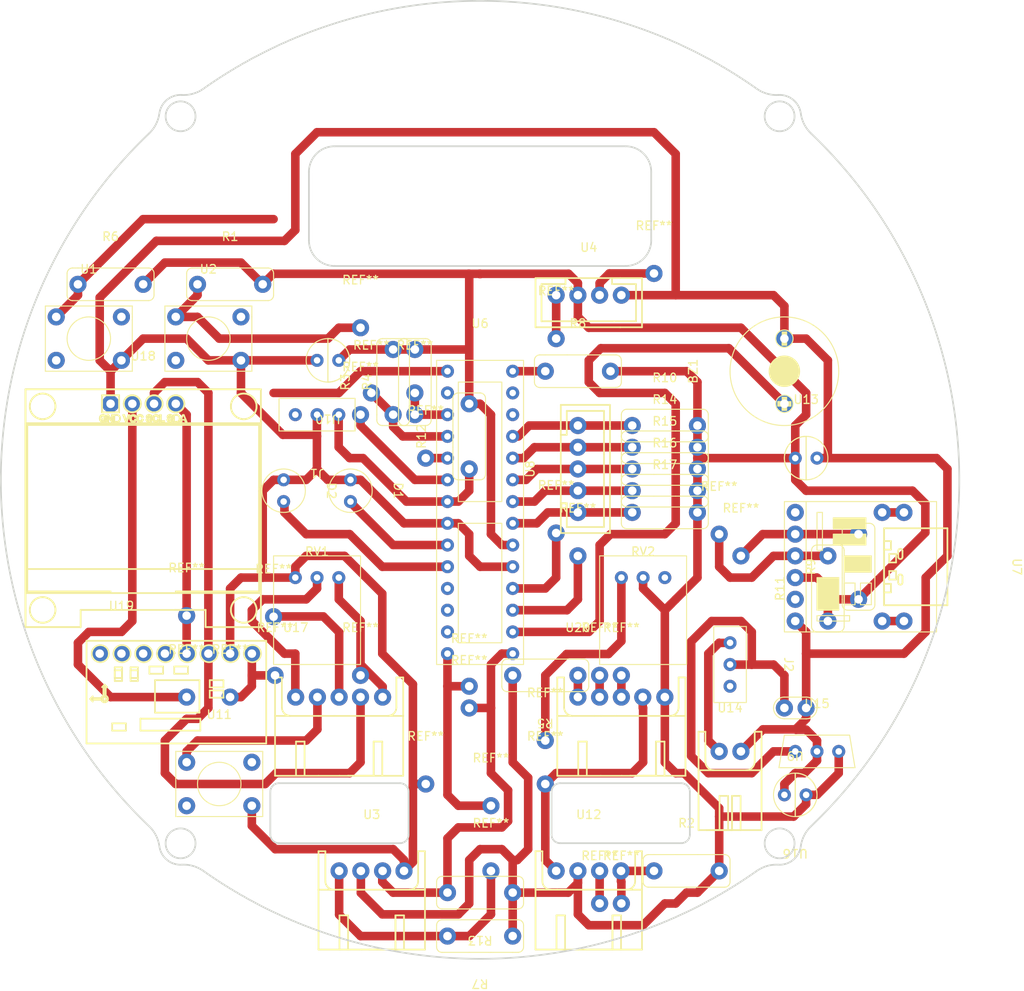
<source format=kicad_pcb>
(kicad_pcb (version 20211014) (generator pcbnew)
  (layers (0 "F.Cu" signal) (31 "B.Cu" signal) (34 "B.Paste" user) (35 "F.Paste" user) (36 "B.SilkS" user "B.Silkscreen") (37 "F.SilkS" user "F.Silkscreen") (38 "B.Mask" user) (39 "F.Mask" user) (44 "Edge.Cuts" user))
  (net 0 "")
  (net 1 "buzzer")
  (net 2 "GND")
  (net 3 "PWR_LED")
  (net 4 "MON_LED")
  (net 5 "start")
  (net 6 "Cam_Togle")
  (net 7 "ch2")
  (net 8 "Net-(J2-Pad1)")
  (net 9 "reset")
  (net 10 "SCL")
  (net 11 "Net-(R8-Pad1)")
  (net 12 "TX")
  (net 13 "RX")
  (net 14 "SDA")
  (net 15 "+9V")
  (net 26 "LINE")
  (net 30 "Gyro＿DAC")
  (net 32 "unconnected-(U7-Pad7)")
  (net 33 "+5V")
  (net 34 "IR＿DAC")
  (net 36 "ch9")
  (net 37 "Net-(RV2-Pad1)")
  (net 39 "ch7")
  (net 40 "ch6")
  (net 41 "ch8")
  (net 42 "ch10")
  (net 43 "IR_Posi")
  (net 44 "-3V3")
  (net 45 "Gyro_Tact")
  (net 46 "seeed_SDA")
  (net 47 "seeed_SCL")
  (footprint "自分のフットプリント:コネクター4ピン" (layer "F.Cu") (at 12.699998 -26.67)
    (fp_text reference "U4")
    (fp_text value "I2Cピン(PIXY2用)")
  )
  (footprint "自分のフットプリント:ジャンパ線" (layer "F.Cu") (at 11.429998 3.81)
    (fp_text reference "REF**")
    (fp_text value "ジャンパ線")
  )
  (footprint "自分のフットプリント:ジャンパ線" (layer "F.Cu") (at 30.479998 3.81)
    (fp_text reference "REF**")
    (fp_text value "ジャンパ線")
  )
  (footprint "自分のフットプリント:抵抗" (layer "F.Cu") (at 35.559998 12.7 90)
    (fp_text reference "R11")
    (fp_text value "10K")
  )
  (footprint "自分のフットプリント:ジャンパ線" (layer "F.Cu") (at 7.619998 30.48)
    (fp_text reference "REF**")
    (fp_text value "ジャンパ線")
  )
  (footprint "自分のフットプリント:ジャンパ線" (layer "F.Cu") (at -29.210002 20.32)
    (fp_text reference "REF**")
    (fp_text value "ジャンパ線")
  )
  (footprint "自分のフットプリント:ジャンパ線" (layer "F.Cu") (at 27.939998 1.27)
    (fp_text reference "REF**")
    (fp_text value "ジャンパ線")
  )
  (footprint "自分のフットプリント:ジャンパ線" (layer "F.Cu") (at 1.269998 33.02)
    (fp_text reference "REF**")
    (fp_text value "ジャンパ線")
  )
  (footprint "自分のフットプリント:電解コンデンサー" (layer "F.Cu") (at 36.829998 43.18 180)
    (fp_text reference "U16")
    (fp_text value "電解コンデンサー")
  )
  (footprint "自分のフットプリント:ジャンパ線" (layer "F.Cu") (at 8.889998 1.14)
    (fp_text reference "REF**")
    (fp_text value "ジャンパ線")
  )
  (footprint "自分のフットプリント:コネクター5ピン" (layer "F.Cu") (at 6.349998 -1.27 90)
    (fp_text reference "U8")
    (fp_text value "コネクター5ピン")
  )
  (footprint "自分のフットプリント:抵抗" (layer "F.Cu") (at 7.619998 27.94 180)
    (fp_text reference "R5")
    (fp_text value "100K")
  )
  (footprint "自分のフットプリント:L字コネクター2ピン" (layer "F.Cu") (at 29.209998 26.67)
    (fp_text reference "U14")
    (fp_text value "電源")
  )
  (footprint "自分のフットプリント:ジャンパ線" (layer "F.Cu") (at -6.350003 -7.62)
    (fp_text reference "REF**")
    (fp_text value "ジャンパ線")
  )
  (footprint "自分のフットプリント:LED" (layer "F.Cu") (at -10.065002 1.27 -90)
    (fp_text reference "D1")
    (fp_text value "PWR_LED")
  )
  (footprint "自分のフットプリント:電解コンデンサー" (layer "F.Cu") (at -17.781258 -7.62 180)
    (fp_text reference "U10")
    (fp_text value "電解コンデンサー")
  )
  (footprint "自分のフットプリント:ジャンパ線" (layer "F.Cu") (at 13.969998 17.78)
    (fp_text reference "REF**")
    (fp_text value "ジャンパ線")
  )
  (footprint "自分のフットプリント:ブザー" (layer "F.Cu") (at 25.399998 -12.7 90)
    (fp_text reference "BZ1")
    (fp_text value "ブザー")
  )
  (footprint "自分のフットプリント:抵抗" (layer "F.Cu") (at 39.147499 10.16 90)
    (fp_text reference "R9")
    (fp_text value "10K")
  )
  (footprint "自分のフットプリント:ジャンパ線" (layer "F.Cu") (at -23.960002 17.78)
    (fp_text reference "REF**")
    (fp_text value "ジャンパ線")
  )
  (footprint "自分のフットプリント:電解コンデンサー" (layer "F.Cu") (at 38.099998 -8.89)
    (fp_text reference "U13")
    (fp_text value "電解コンデンサー")
  )
  (footprint "自分のフットプリント:ジャンパ線" (layer "F.Cu") (at 13.969998 44.45)
    (fp_text reference "REF**")
    (fp_text value "ジャンパ線")
  )
  (footprint "自分のフットプリント:TJ3B-COREマイコン" (layer "F.Cu") (at -0.000002 -17.78)
    (fp_text reference "U6")
    (fp_text value "TJ3B-COREマイコン")
  )
  (footprint "自分のフットプリント:タクトスイッチ" (layer "F.Cu") (at -31.750002 -24.13)
    (fp_text reference "U2")
    (fp_text value "スタートボタン")
  )
  (footprint "自分のフットプリント:タクトスイッチ" (layer "F.Cu") (at -30.480002 27.94)
    (fp_text reference "U11")
    (fp_text value "ジャイロリセット")
  )
  (footprint "自分のフットプリント:ジャンパ線" (layer "F.Cu") (at -34.290002 20.32)
    (fp_text reference "REF**")
    (fp_text value "ジャンパ線")
  )
  (footprint "自分のフットプリント:L字コネクター4ピン" (layer "F.Cu") (at 12.699998 38.1)
    (fp_text reference "U12")
    (fp_text value "LINE")
  )
  (footprint "自分のフットプリント:抵抗" (layer "F.Cu") (at -6.350003 -5.08 90)
    (fp_text reference "R12")
    (fp_text value "100K")
  )
  (footprint "自分のフットプリント:ジャンパ線" (layer "F.Cu") (at 8.889998 -21.59)
    (fp_text reference "REF**")
    (fp_text value "ジャンパ線")
  )
  (footprint "自分のフットプリント:LED" (layer "F.Cu") (at -17.875002 1.27 -90)
    (fp_text reference "D2")
    (fp_text value "MON_LED")
  )
  (footprint "自分のフットプリント:ジャンパ線" (layer "F.Cu") (at -1.270002 19.05)
    (fp_text reference "REF**")
    (fp_text value "ジャンパ線")
  )
  (footprint "自分のフットプリント:ジャンパ線" (layer "F.Cu") (at -12.700002 -15.24)
    (fp_text reference "REF**")
    (fp_text value "ジャンパ線")
  )
  (footprint "自分のフットプリント:L字コネクター5ピン" (layer "F.Cu") (at 11.429998 17.78)
    (fp_text reference "U20")
    (fp_text value "コネクター5ピン")
  )
  (footprint "R_Potentiometer:Potentiometer" (layer "F.Cu") (at 19.049998 8.89)
    (fp_text reference "RV2")
    (fp_text value "LINE可変抵抗")
  )
  (footprint "自分のフットプリント:抵抗" (layer "F.Cu") (at 21.589998 -8.89)
    (fp_text reference "R14")
    (fp_text value "100K")
  )
  (footprint "自分のフットプリント:抵抗" (layer "F.Cu") (at -0.000002 53.34 180)
    (fp_text reference "R13")
    (fp_text value "10K")
  )
  (footprint "自分のフットプリント:ジャンパ線" (layer "F.Cu") (at 16.509998 17.78)
    (fp_text reference "REF**")
    (fp_text value "ジャンパ線")
  )
  (footprint "自分のフットプリント:ジャンパ線" (layer "F.Cu") (at -13.970002 17.78)
    (fp_text reference "REF**")
    (fp_text value "ジャンパ線")
  )
  (footprint "自分のフットプリント:抵抗" (layer "F.Cu") (at 24.129998 40.64)
    (fp_text reference "R2")
    (fp_text value "100K")
  )
  (footprint "自分のフットプリント:ジャンパ線" (layer "F.Cu") (at -24.130002 10.922)
    (fp_text reference "REF**")
    (fp_text value "ジャンパ線")
  )
  (footprint "自分のフットプリント:抵抗" (layer "F.Cu") (at 21.589998 -11.43)
    (fp_text reference "R10")
    (fp_text value "100K")
  )
  (footprint "自分のフットプリント:3端子レギュレーター" (layer "F.Cu") (at 39.369998 26.67)
    (fp_text reference "U15")
    (fp_text value "3端子レギュレタ")
  )
  (footprint "自分のフットプリント:抵抗" (layer "F.Cu") (at -29.210002 -27.94)
    (fp_text reference "R1")
    (fp_text value "10K")
  )
  (footprint "自分のフットプリント:抵抗" (layer "F.Cu") (at 21.589998 -6.35)
    (fp_text reference "R15")
    (fp_text value "100K")
  )
  (footprint "自分のフットプリント:タクトスイッチ" (layer "F.Cu") (at -45.720002 -24.13)
    (fp_text reference "U1")
    (fp_text value "リセットボタン")
  )
  (footprint "自分のフットプリント:基板用トグルスイッチ" (layer "F.Cu") (at 35.559998 21.59 -90)
    (fp_text reference "J2")
    (fp_text value "togle")
  )
  (footprint "自分のフットプリント:セラミックコンデンサー" (layer "F.Cu") (at 36.829998 31.75 180)
    (fp_text reference "U9")
    (fp_text value "セラミックコンデンサー")
  )
  (footprint "自分のフットプリント:L字コネクター4ピン" (layer "F.Cu") (at -12.660002 38.1)
    (fp_text reference "U3")
    (fp_text value "I2Cピン(モータードライバー用)")
  )
  (footprint "自分のフットプリント:BNO055V2" (layer "F.Cu") (at -41.910002 15.24)
    (fp_text reference "U19")
    (fp_text value "BNO055V2")
  )
  (footprint "自分のフットプリント:基板用トグルスイッチ" (layer "F.Cu") (at -19.050002 -1.27 180)
    (fp_text reference "J1")
    (fp_text value "togle")
  )
  (footprint "自分のフットプリント:ジャンパ線" (layer "F.Cu") (at -34.290002 10.795)
    (fp_text reference "REF**")
    (fp_text value "ジャンパ線")
  )
  (footprint "自分のフットプリント:L字コネクター5ピン" (layer "F.Cu") (at -21.550002 17.78)
    (fp_text reference "U17")
    (fp_text value "コネクター5ピン")
  )
  (footprint "自分のフットプリント:SSD1306" (layer "F.Cu") (at -39.370002 -13.97)
    (fp_text reference "U18")
    (fp_text value "SSD1306")
  )
  (footprint "自分のフットプリント:USB-Serial変換アダプター" (layer "F.Cu") (at 62.229998 10.16 -90)
    (fp_text reference "U7")
    (fp_text value "USB-Serial変換アダプター")
  )
  (footprint "自分のフットプリント:ジャンパ線" (layer "F.Cu") (at 16.509998 44.45)
    (fp_text reference "REF**")
    (fp_text value "ジャンパ線")
  )
  (footprint "自分のフットプリント:ジャンパ線" (layer "F.Cu") (at -7.620002 -15.24)
    (fp_text reference "REF**")
    (fp_text value "ジャンパ線")
  )
  (footprint "自分のフットプリント:抵抗" (layer "F.Cu") (at 21.589998 -1.27)
    (fp_text reference "R17")
    (fp_text value "100K")
  )
  (footprint "自分のフットプリント:ジャンパ線" (layer "F.Cu") (at -13.970002 -12.7)
    (fp_text reference "REF**")
    (fp_text value "ジャンパ線")
  )
  (footprint "R_Potentiometer:Potentiometer" (layer "F.Cu") (at -19.050002 8.89)
    (fp_text reference "RV1")
    (fp_text value "IR可変抵抗")
  )
  (footprint "自分のフットプリント:ジャンパ線" (layer "F.Cu") (at -6.350002 30.48)
    (fp_text reference "REF**")
    (fp_text value "ジャンパ線")
  )
  (footprint "自分のフットプリント:抵抗" (layer "F.Cu") (at -0.000002 58.42 180)
    (fp_text reference "R7")
    (fp_text value "10K")
  )
  (footprint "自分のフットプリント:ジャンパ線" (layer "F.Cu") (at 7.619998 25.4)
    (fp_text reference "REF**")
    (fp_text value "ジャンパ線")
  )
  (footprint "自分のフットプリント:抵抗" (layer "F.Cu") (at -43.180002 -27.94)
    (fp_text reference "R6")
    (fp_text value "10K")
  )
  (footprint "自分のフットプリント:ジャンパ線" (layer "F.Cu") (at 1.269998 40.64)
    (fp_text reference "REF**")
    (fp_text value "ジャンパ線")
  )
  (footprint "自分のフットプリント:抵抗" (layer "F.Cu") (at 21.589998 -3.81)
    (fp_text reference "R16")
    (fp_text value "100K")
  )
  (footprint "自分のフットプリント:ジャンパ線" (layer "F.Cu") (at -1.270002 21.59)
    (fp_text reference "REF**")
    (fp_text value "ジャンパ線")
  )
  (footprint "自分のフットプリント:抵抗" (layer "F.Cu") (at -12.700002 -11.43 90)
    (fp_text reference "R4")
    (fp_text value "100K")
  )
  (footprint "自分のフットプリント:ジャンパ線" (layer "F.Cu") (at 20.319998 -29.21)
    (fp_text reference "REF**")
    (fp_text value "ジャンパ線")
  )
  (footprint "自分のフットプリント:抵抗" (layer "F.Cu") (at -15.240002 -11.43 90)
    (fp_text reference "R3")
    (fp_text value "100K")
  )
  (footprint "自分のフットプリント:ジャンパ線" (layer "F.Cu") (at -13.970002 -22.86)
    (fp_text reference "REF**")
    (fp_text value "ジャンパ線")
  )
  (footprint "自分のフットプリント:抵抗" (layer "F.Cu") (at 11.429998 -17.78)
    (fp_text reference "R8")
    (fp_text value "10K")
  )
  (gr_arc (start -8.350003 41.480003) (mid -8.642897 42.187109) (end -9.350003 42.480003) (layer "Edge.Cuts") (width 0.2))
  (gr_arc (start -38.67597 40.499011) (mid -56.000005 0.000001) (end -38.67597 -40.499009) (layer "Edge.Cuts") (width 0.2))
  (gr_arc (start 37.476354 42.843005) (mid 36.589262 44.429827) (end 34.861781 44.996182) (layer "Edge.Cuts") (width 0.2))
  (gr_line (start -20.000003 -36) (end -20.000003 -27.999999) (layer "Edge.Cuts") (width 0.2))
  (gr_line (start 19.999997 -27.999999) (end 19.999997 -36) (layer "Edge.Cuts") (width 0.2))
  (gr_arc (start -17.000003 -24.999999) (mid -19.121323 -25.878679) (end -20.000003 -27.999999) (layer "Edge.Cuts") (width 0.2))
  (gr_arc (start -20.000003 -36) (mid -19.121323 -38.12132) (end -17.000003 -39) (layer "Edge.Cuts") (width 0.2))
  (gr_line (start 23.509998 35.470003) (end 9.349997 35.470003) (layer "Edge.Cuts") (width 0.2))
  (gr_arc (start 32.331262 45.72406) (mid 33.534914 45.145947) (end 34.861781 44.996182) (layer "Edge.Cuts") (width 0.2))
  (gr_arc (start -32.331273 -45.724054) (mid -0.000006 -56.000001) (end 32.331262 -45.724058) (layer "Edge.Cuts") (width 0.2))
  (gr_circle (center 34.999995 42.500005) (end 33.249994 42.500005) (layer "Edge.Cuts") (width 0.2) (fill none))
  (gr_arc (start 9.349997 42.480003) (mid 8.64289 42.18711) (end 8.349997 41.480003) (layer "Edge.Cuts") (width 0.2))
  (gr_arc (start 24.509998 41.480003) (mid 24.217104 42.187108) (end 23.509998 42.480003) (layer "Edge.Cuts") (width 0.2))
  (gr_arc (start -24.510004 36.470003) (mid -24.217112 35.762895) (end -23.510004 35.470003) (layer "Edge.Cuts") (width 0.2))
  (gr_arc (start 32.331262 45.72406) (mid -0.000006 56.000003) (end -32.331273 45.724056) (layer "Edge.Cuts") (width 0.2))
  (gr_line (start -8.350003 41.480003) (end -8.350003 36.470003) (layer "Edge.Cuts") (width 0.2))
  (gr_line (start 8.349997 36.470003) (end 8.349997 41.480003) (layer "Edge.Cuts") (width 0.2))
  (gr_arc (start 16.999997 -39) (mid 19.121318 -38.121321) (end 19.999997 -36) (layer "Edge.Cuts") (width 0.2))
  (gr_arc (start -32.331273 -45.724054) (mid -33.534928 -45.145943) (end -34.861792 -44.996175) (layer "Edge.Cuts") (width 0.2))
  (gr_arc (start -9.350003 35.470003) (mid -8.642897 35.762897) (end -8.350003 36.470003) (layer "Edge.Cuts") (width 0.2))
  (gr_arc (start 38.675958 -40.499011) (mid 37.877746 -41.569466) (end 37.476354 -42.843003) (layer "Edge.Cuts") (width 0.2))
  (gr_line (start 16.999997 -39) (end -17.000003 -39) (layer "Edge.Cuts") (width 0.2))
  (gr_arc (start -23.510004 42.480003) (mid -24.217111 42.18711) (end -24.510004 41.480003) (layer "Edge.Cuts") (width 0.2))
  (gr_arc (start -37.476365 -42.842998) (mid -36.589275 -44.429826) (end -34.861792 -44.996175) (layer "Edge.Cuts") (width 0.2))
  (gr_arc (start 19.999997 -27.999999) (mid 19.121317 -25.87868) (end 16.999997 -24.999999) (layer "Edge.Cuts") (width 0.2))
  (gr_line (start -24.510004 36.470003) (end -24.510004 41.480003) (layer "Edge.Cuts") (width 0.2))
  (gr_arc (start -38.67597 40.499011) (mid -37.877757 41.569463) (end -37.476365 42.843) (layer "Edge.Cuts") (width 0.2))
  (gr_line (start -9.350003 35.470003) (end -23.510004 35.470003) (layer "Edge.Cuts") (width 0.2))
  (gr_circle (center -35.000007 -42.499999) (end -36.750007 -42.499999) (layer "Edge.Cuts") (width 0.2) (fill none))
  (gr_arc (start 34.861781 -44.99618) (mid 36.589266 -44.429831) (end 37.476354 -42.843003) (layer "Edge.Cuts") (width 0.2))
  (gr_arc (start -34.861792 44.996177) (mid -36.589272 44.429824) (end -37.476365 42.843) (layer "Edge.Cuts") (width 0.2))
  (gr_line (start 9.349997 42.480003) (end 23.509998 42.480003) (layer "Edge.Cuts") (width 0.2))
  (gr_circle (center 34.999995 -42.500003) (end 33.25 -42.500003) (layer "Edge.Cuts") (width 0.2) (fill none))
  (gr_line (start 24.509998 41.480003) (end 24.509998 36.470003) (layer "Edge.Cuts") (width 0.2))
  (gr_arc (start 37.476354 42.843005) (mid 37.877755 41.569474) (end 38.675957 40.499014) (layer "Edge.Cuts") (width 0.2))
  (gr_line (start -23.510004 42.480003) (end -9.350003 42.480003) (layer "Edge.Cuts") (width 0.2))
  (gr_arc (start 23.509998 35.470003) (mid 24.217104 35.762896) (end 24.509998 36.470003) (layer "Edge.Cuts") (width 0.2))
  (gr_arc (start 34.861781 -44.99618) (mid 33.534905 -45.145915) (end 32.331262 -45.724058) (layer "Edge.Cuts") (width 0.2))
  (gr_arc (start 38.675958 -40.499011) (mid 55.999996 0.000001) (end 38.675957 40.499014) (layer "Edge.Cuts") (width 0.2))
  (gr_circle (center -35.000007 42.500001) (end -36.750007 42.500001) (layer "Edge.Cuts") (width 0.2) (fill none))
  (gr_arc (start -37.476365 -42.842998) (mid -37.877769 -41.569467) (end -38.67597 -40.499009) (layer "Edge.Cuts") (width 0.2))
  (gr_arc (start -34.861792 44.996177) (mid -33.534918 45.145909) (end -32.331273 45.724056) (layer "Edge.Cuts") (width 0.2))
  (gr_line (start -17.000003 -24.999999) (end 16.999997 -24.999999) (layer "Edge.Cuts") (width 0.2))
  (gr_arc (start 8.349997 36.470003) (mid 8.642889 35.762894) (end 9.349997 35.470003) (layer "Edge.Cuts") (width 0.2))
  (segment (start 13.969998 16.51) (end 13.969998 7.62) (width 1) (layer "F.Cu") (net 1))
  (segment (start 22.859998 -8.89) (end 21.589998 -10.16) (width 1) (layer "F.Cu") (net 1))
  (segment (start 12.699998 -11.43) (end 12.699998 -13.97) (width 1) (layer "F.Cu") (net 1))
  (segment (start 13.969998 7.62) (end 15.239998 6.35) (width 1) (layer "F.Cu") (net 1))
  (segment (start 21.589998 6.35) (end 22.859998 5.08) (width 1) (layer "F.Cu") (net 1))
  (segment (start 21.589998 -10.16) (end 13.969998 -10.16) (width 1) (layer "F.Cu") (net 1))
  (segment (start 12.699998 17.78) (end 13.969998 16.51) (width 1) (layer "F.Cu") (net 1))
  (segment (start 14.114212 -15.384214) (end 29.065784 -15.384214) (width 1) (layer "F.Cu") (net 1))
  (segment (start 15.239998 6.35) (end 21.589998 6.35) (width 1) (layer "F.Cu") (net 1))
  (segment (start 12.699998 -13.97) (end 14.114212 -15.384214) (width 1) (layer "F.Cu") (net 1))
  (segment (start 22.859998 5.08) (end 22.859998 -8.89) (width 1) (layer "F.Cu") (net 1))
  (segment (start 3.809998 17.78) (end 12.699998 17.78) (width 1) (layer "F.Cu") (net 1))
  (segment (start 29.065784 -15.384214) (end 35.559998 -8.89) (width 1) (layer "F.Cu") (net 1))
  (segment (start 13.969998 -10.16) (end 12.699998 -11.43) (width 1) (layer "F.Cu") (net 1))
  (segment (start -7.850003 23.899999) (end -11.430002 20.32) (width 1) (layer "F.Cu") (net 2))
  (segment (start -27.940002 -10.16) (end -23.050002 -5.27) (width 1) (layer "F.Cu") (net 2))
  (segment (start 52.069998 17.78) (end 49.529998 20.32) (width 1) (layer "F.Cu") (net 2))
  (segment (start -34.290002 -16.51) (end -31.750002 -13.97) (width 1) (layer "F.Cu") (net 2))
  (segment (start -19.065002 -1.255) (end -17.810002 0) (width 1) (layer "F.Cu") (net 2))
  (segment (start 38.099998 17.78) (end 38.099998 20.32) (width 1) (layer "F.Cu") (net 2))
  (segment (start 40.639998 -13.97) (end 40.639998 -2.54) (width 1) (layer "F.Cu") (net 2))
  (segment (start 53.339998 -2.54) (end 54.609998 -1.27) (width 1) (layer "F.Cu") (net 2))
  (segment (start 20.319998 -40.64) (end -19.050002 -40.64) (width 1) (layer "F.Cu") (net 2))
  (segment (start 37.907628 34.29) (end 36.829998 34.29) (width 1) (layer "F.Cu") (net 2))
  (segment (start -25.400002 11.43) (end -21.590002 11.43) (width 1) (layer "F.Cu") (net 2))
  (segment (start -1.270002 8.89) (end -1.270002 6.35) (width 1) (layer "F.Cu") (net 2))
  (segment (start -2.540002 5.08) (end -3.810002 5.08) (width 1) (layer "F.Cu") (net 2))
  (segment (start -7.850003 44.680001) (end -7.850003 35.790001) (width 1) (layer "F.Cu") (net 2))
  (segment (start -39.370002 -16.51) (end -34.290002 -16.51) (width 1) (layer "F.Cu") (net 2))
  (segment (start 19.049998 33.02) (end 17.779998 34.29) (width 1) (layer "F.Cu") (net 2))
  (segment (start 33.059998 29.17) (end 36.869998 29.17) (width 1) (layer "F.Cu") (net 2))
  (segment (start -19.065002 -7.62) (end -19.065002 -5.095) (width 1) (layer "F.Cu") (net 2))
  (segment (start 35.559998 -20.32) (end 35.559998 -16.51) (width 1) (layer "F.Cu") (net 2))
  (segment (start -31.750002 -13.97) (end -27.940002 -13.97) (width 1) (layer "F.Cu") (net 2))
  (segment (start 35.559998 35.56) (end 35.559998 36.83) (width 1) (layer "F.Cu") (net 2))
  (segment (start 19.049998 26.67) (end 19.049998 33.02) (width 1) (layer "F.Cu") (net 2))
  (segment (start -1.270002 6.35) (end -2.540002 5.08) (width 1) (layer "F.Cu") (net 2))
  (segment (start -19.065002 -5.095) (end -19.065002 -1.255) (width 1) (layer "F.Cu") (net 2))
  (segment (start -44.450002 -21.315534) (end -44.450002 -13.97) (width 1) (layer "F.Cu") (net 2))
  (segment (start -10.160002 43.18) (end -8.890002 44.45) (width 1) (layer "F.Cu") (net 2))
  (segment (start -8.890002 45.72) (end -7.850003 44.680001) (width 1) (layer "F.Cu") (net 2))
  (segment (start -11.430002 13.311048) (end -15.85105 8.89) (width 1) (layer "F.Cu") (net 2))
  (segment (start -27.940002 11.43) (end -25.400002 11.43) (width 1) (layer "F.Cu") (net 2))
  (segment (start -37.825536 -27.94) (end -44.450002 -21.315534) (width 1) (layer "F.Cu") (net 2))
  (segment (start 38.099998 27.94) (end 38.099998 26.67) (width 1) (layer "F.Cu") (net 2))
  (segment (start -41.910002 -13.97) (end -39.370002 -16.51) (width 1) (layer "F.Cu") (net 2))
  (segment (start 52.069998 11.43) (end 52.069998 17.78) (width 1) (layer "F.Cu") (net 2))
  (segment (start 54.609998 8.89) (end 52.069998 11.43) (width 1) (layer "F.Cu") (net 2))
  (segment (start -8.890002 5.08) (end -13.970002 0) (width 1) (layer "F.Cu") (net 2))
  (segment (start 7.619998 44.45) (end 8.889998 45.72) (width 1) (layer "F.Cu") (net 2))
  (segment (start 39.369998 -2.54) (end 40.639998 -2.54) (width 1) (layer "F.Cu") (net 2))
  (segment (start -22.860002 0) (end -24.130002 0) (width 1) (layer "F.Cu") (net 2))
  (segment (start 39.369998 30.48) (end 39.369998 31.75) (width 1) (layer "F.Cu") (net 2))
  (segment (start 54.609998 -1.27) (end 54.609998 8.89) (width 1) (layer "F.Cu") (net 2))
  (segment (start -3.810002 5.08) (end -8.890002 5.08) (width 1) (layer "F.Cu") (net 2))
  (segment (start -20.320002 0) (end -22.860002 0) (width 1) (layer "F.Cu") (net 2))
  (segment (start -17.810002 0) (end -15.240002 0) (width 1) (layer "F.Cu") (net 2))
  (segment (start 19.009998 25.4) (end 19.009998 26.63) (width 1) (layer "F.Cu") (net 2))
  (segment (start -7.850003 35.790001) (end -7.620002 35.56) (width 1) (layer "F.Cu") (net 2))
  (segment (start -21.590002 10.16) (end -21.590002 11.43) (width 1) (layer "F.Cu") (net 2))
  (segment (start -11.430002 20.32) (end -11.430002 13.311048) (width 1) (layer "F.Cu") (net 2))
  (segment (start 8.889998 34.29) (end 7.619998 35.56) (width 1) (layer "F.Cu") (net 2))
  (segment (start 36.829998 16.51) (end 38.099998 17.78) (width 1) (layer "F.Cu") (net 2))
  (segment (start -0.000002 10.16) (end -1.270002 8.89) (width 1) (layer "F.Cu") (net 2))
  (segment (start 36.869998 29.17) (end 36.909998 29.21) (width 1) (layer "F.Cu") (net 2))
  (segment (start -19.050002 -40.64) (end -21.590002 -38.1) (width 1) (layer "F.Cu") (net 2))
  (segment (start -44.450002 -13.97) (end -43.180002 -12.7) (width 1) (layer "F.Cu") (net 2))
  (segment (start -21.590002 -38.1) (end -21.590002 -29.21) (width 1) (layer "F.Cu") (net 2))
  (segment (start -43.180002 -12.7) (end -43.180002 -8.89) (width 1) (layer "F.Cu") (net 2))
  (segment (start 36.869998 29.17) (end 38.099998 27.94) (width 1) (layer "F.Cu") (net 2))
  (segment (start 3.809998 10.16) (end -0.000002 10.16) (width 1) (layer "F.Cu") (net 2))
  (segment (start 19.009998 26.63) (end 19.049998 26.67) (width 1) (layer "F.Cu") (net 2))
  (segment (start 49.529998 20.32) (end 38.099998 20.32) (width 1) (layer "F.Cu") (net 2))
  (segment (start -22.860002 -27.94) (end -37.825536 -27.94) (width 1) (layer "F.Cu") (net 2))
  (segment (start 36.909998 29.21) (end 38.099998 29.21) (width 1) (layer "F.Cu") (net 2))
  (segment (start 17.779998 34.29) (end 8.889998 34.29) (width 1) (layer "F.Cu") (net 2))
  (segment (start -26.670002 38.1) (end -26.670002 40.445216) (width 1) (layer "F.Cu") (net 2))
  (segment (start -29.210002 12.7) (end -27.940002 11.43) (width 1) (layer "F.Cu") (net 2))
  (segment (start -13.970002 0) (end -15.240002 0) (width 1) (layer "F.Cu") (net 2))
  (segment (start 38.099998 29.21) (end 39.369998 30.48) (width 1) (layer "F.Cu") (net 2))
  (segment (start -8.890002 44.45) (end -8.890002 45.72) (width 1) (layer "F.Cu") (net 2))
  (segment (start 22.859998 -21.59) (end 22.859998 -38.1) (width 1) (layer "F.Cu") (net 2))
  (segment (start -41.910002 -13.97) (end -43.180002 -12.7) (width 1) (layer "F.Cu") (net 2))
  (segment (start -20.320002 8.89) (end -21.590002 10.16) (width 1) (layer "F.Cu") (net 2))
  (segment (start -23.935218 43.18) (end -10.160002 43.18) (width 1) (layer "F.Cu") (net 2))
  (segment (start 7.619998 35.56) (end 7.619998 44.45) (width 1) (layer "F.Cu") (net 2))
  (segment (start 36.829998 34.29) (end 35.559998 35.56) (width 1) (layer "F.Cu") (net 2))
  (segment (start 22.859998 -21.59) (end 34.289998 -21.59) (width 1) (layer "F.Cu") (net 2))
  (segment (start 38.099998 20.32) (end 38.099998 26.67) (width 1) (layer "F.Cu") (net 2))
  (segment (start -19.240002 -5.27) (end -19.065002 -5.095) (width 1) (layer "F.Cu") (net 2))
  (segment (start 16.509998 -21.59) (end 22.859998 -21.59) (width 1) (layer "F.Cu") (net 2))
  (segment (start 38.099998 -16.51) (end 40.639998 -13.97) (width 1) (layer "F.Cu") (net 2))
  (segment (start -23.050002 -5.27) (end -19.240002 -5.27) (width 1) (layer "F.Cu") (net 2))
  (segment (start -19.065002 -1.255) (end -20.320002 0) (width 1) (layer "F.Cu") (net 2))
  (segment (start 39.369998 32.82763) (end 37.907628 34.29) (width 1) (layer "F.Cu") (net 2))
  (segment (start -7.850003 35.790001) (end -7.850003 23.899999) (width 1) (layer "F.Cu") (net 2))
  (segment (start -27.940002 -13.97) (end -19.051258 -13.97) (width 1) (layer "F.Cu") (net 2))
  (segment (start -26.670002 40.445216) (end -23.935218 43.18) (width 1) (layer "F.Cu") (net 2))
  (segment (start 30.479998 31.75) (end 33.059998 29.17) (width 1) (layer "F.Cu") (net 2))
  (segment (start -15.85105 8.89) (end -20.320002 8.89) (width 1) (layer "F.Cu") (net 2))
  (segment (start 39.369998 31.75) (end 39.369998 32.82763) (width 1) (layer "F.Cu") (net 2))
  (segment (start 35.559998 -16.51) (end 38.099998 -16.51) (width 1) (layer "F.Cu") (net 2))
  (segment (start 34.289998 -21.59) (end 35.559998 -20.32) (width 1) (layer "F.Cu") (net 2))
  (segment (start -7.620002 35.56) (end -6.350002 35.56) (width 1) (layer "F.Cu") (net 2))
  (segment (start -29.210002 20.32) (end -29.210002 12.7) (width 1) (layer "F.Cu") (net 2))
  (segment (start 22.859998 -38.1) (end 20.319998 -40.64) (width 1) (layer "F.Cu") (net 2))
  (segment (start -19.051258 -7.633744) (end -19.065002 -7.62) (width 1) (layer "F.Cu") (net 2))
  (segment (start -27.940002 -13.97) (end -27.940002 -10.16) (width 1) (layer "F.Cu") (net 2))
  (segment (start -25.400002 1.27) (end -25.400002 11.43) (width 1) (layer "F.Cu") (net 2))
  (segment (start -24.130002 0) (end -25.400002 1.27) (width 1) (layer "F.Cu") (net 2))
  (segment (start -21.590002 -29.21) (end -22.860002 -27.94) (width 1) (layer "F.Cu") (net 2))
  (segment (start 40.639998 -2.54) (end 53.339998 -2.54) (width 1) (layer "F.Cu") (net 2))
  (segment (start -15.240002 2.54) (end -10.160002 7.62) (width 1) (layer "F.Cu") (net 3))
  (segment (start -10.160002 7.62) (end -3.810002 7.62) (width 1) (layer "F.Cu") (net 3))
  (segment (start -3.810002 10.16) (end -11.430002 10.16) (width 1) (layer "F.Cu") (net 4))
  (segment (start -15.240002 6.35) (end -20.320002 6.35) (width 1) (layer "F.Cu") (net 4))
  (segment (start -22.860002 3.81) (end -22.860002 2.54) (width 1) (layer "F.Cu") (net 4))
  (segment (start -20.320002 6.35) (end -22.860002 3.81) (width 1) (layer "F.Cu") (net 4))
  (segment (start -11.430002 10.16) (end -15.240002 6.35) (width 1) (layer "F.Cu") (net 4))
  (segment (start -16.510002 -17.78) (end -13.970002 -17.78) (width 1) (layer "F.Cu") (net 5))
  (segment (start -3.810002 0) (end -7.620002 0) (width 1) (layer "F.Cu") (net 5))
  (segment (start -35.560002 -19.05) (end -33.020002 -19.05) (width 1) (layer "F.Cu") (net 5))
  (segment (start -30.480002 -16.51) (end -17.780002 -16.51) (width 1) (layer "F.Cu") (net 5))
  (segment (start -7.620002 0) (end -13.970002 -6.35) (width 1) (layer "F.Cu") (net 5))
  (segment (start -33.020002 -19.05) (end -30.480002 -16.51) (width 1) (layer "F.Cu") (net 5))
  (segment (start -17.780002 -16.51) (end -16.510002 -17.78) (width 1) (layer "F.Cu") (net 5))
  (segment (start -13.970002 -6.35) (end -13.970002 -7.62) (width 1) (layer "F.Cu") (net 5))
  (segment (start -33.020002 -21.59) (end -35.560002 -19.05) (width 1) (layer "F.Cu") (net 5))
  (segment (start -33.020002 -22.86) (end -33.020002 -21.59) (width 1) (layer "F.Cu") (net 5))
  (segment (start -16.525002 -7.62) (end -16.525002 -3.825) (width 1) (layer "F.Cu") (net 6))
  (segment (start -2.540002 2.54) (end -3.810002 2.54) (width 1) (layer "F.Cu") (net 6))
  (segment (start -1.270003 -1.27) (end -1.270002 1.27) (width 1) (layer "F.Cu") (net 6))
  (segment (start -16.525002 -3.825) (end -15.240002 -2.54) (width 1) (layer "F.Cu") (net 6))
  (segment (start -8.601574 2.54) (end -3.810002 2.54) (width 1) (layer "F.Cu") (net 6))
  (segment (start -1.270002 1.27) (end -2.540002 2.54) (width 1) (layer "F.Cu") (net 6))
  (segment (start -13.681574 -2.54) (end -8.601574 2.54) (width 1) (layer "F.Cu") (net 6))
  (segment (start -15.240002 -2.54) (end -13.681574 -2.54) (width 1) (layer "F.Cu") (net 6))
  (segment (start -7.620002 -7.62) (end -3.810002 -7.62) (width 1) (layer "F.Cu") (net 7))
  (segment (start 13.969998 25.4) (end 13.969998 22.86) (width 1) (layer "F.Cu") (net 7))
  (segment (start -7.620002 -7.62) (end -7.620002 -10.16) (width 1) (layer "F.Cu") (net 7))
  (segment (start 26.669998 20.32) (end 26.669998 30.48) (width 1) (layer "F.Cu") (net 8))
  (segment (start 29.209998 19.065) (end 27.954998 19.065) (width 1) (layer "F.Cu") (net 8))
  (segment (start 27.939998 19.05) (end 26.669998 20.32) (width 1) (layer "F.Cu") (net 8))
  (segment (start 27.954998 19.065) (end 27.939998 19.05) (width 1) (layer "F.Cu") (net 8))
  (segment (start 26.669998 30.48) (end 27.939998 31.75) (width 1) (layer "F.Cu") (net 8))
  (segment (start -46.990002 -22.86) (end -39.370002 -30.48) (width 1) (layer "F.Cu") (net 9))
  (segment (start -39.370002 -30.48) (end -24.130002 -30.48) (width 1) (layer "F.Cu") (net 9))
  (segment (start -16.510002 -10.16) (end -24.130002 -10.16) (width 1) (layer "F.Cu") (net 9))
  (segment (start -3.810002 -12.7) (end -13.970002 -12.7) (width 1) (layer "F.Cu") (net 9))
  (segment (start -13.970002 -12.7) (end -16.510002 -10.16) (width 1) (layer "F.Cu") (net 9))
  (segment (start -46.990002 -22.86) (end -46.990002 -21.59) (width 1) (layer "F.Cu") (net 9))
  (segment (start -46.990002 -21.59) (end -49.530002 -19.05) (width 1) (layer "F.Cu") (net 9))
  (segment (start -3.810002 36.83) (end -2.540002 38.1) (width 1) (layer "F.Cu") (net 10))
  (segment (start -16.470002 50.84) (end -13.970002 53.34) (width 1) (layer "F.Cu") (net 10))
  (segment (start -3.810002 53.34) (end -1.270002 53.34) (width 1) (layer "F.Cu") (net 10))
  (segment (start 8.889998 -21.59) (end 8.889998 -16.51) (width 1) (layer "F.Cu") (net 10))
  (segment (start 1.269998 50.8) (end 1.269998 45.72) (width 1) (layer "F.Cu") (net 10))
  (segment (start -3.810002 24.13) (end -3.810002 36.83) (width 1) (layer "F.Cu") (net 10))
  (segment (start -1.270002 53.34) (end 1.269998 50.8) (width 1) (layer "F.Cu") (net 10))
  (segment (start -2.540002 38.1) (end 1.269998 38.1) (width 1) (layer "F.Cu") (net 10))
  (segment (start -3.810002 24.13) (end -1.270002 24.13) (width 1) (layer "F.Cu") (net 10))
  (segment (start -3.810002 20.32) (end -3.810002 24.13) (width 1) (layer "F.Cu") (net 10))
  (segment (start -16.470002 45.72) (end -16.470002 50.84) (width 1) (layer "F.Cu") (net 10))
  (segment (start -13.970002 53.34) (end -3.810002 53.34) (width 1) (layer "F.Cu") (net 10))
  (segment (start 7.619998 -12.7) (end 3.809998 -12.7) (width 1) (layer "F.Cu") (net 11))
  (segment (start 36.829998 6.35) (end 33.019998 6.35) (width 1) (layer "F.Cu") (net 12))
  (segment (start 33.019998 6.35) (end 30.479998 8.89) (width 1) (layer "F.Cu") (net 12))
  (segment (start 10.159998 15.24) (end 11.429998 13.97) (width 1) (layer "F.Cu") (net 12))
  (segment (start 11.429998 13.97) (end 11.429998 8.89) (width 1) (layer "F.Cu") (net 12))
  (segment (start 3.809998 15.24) (end 10.159998 15.24) (width 1) (layer "F.Cu") (net 12))
  (segment (start 44.227499 6.35) (end 36.829998 6.35) (width 1) (layer "F.Cu") (net 12))
  (segment (start 40.639998 8.89) (end 36.829998 8.89) (width 1) (layer "F.Cu") (net 13))
  (segment (start 31.749998 11.43) (end 29.209998 11.43) (width 1) (layer "F.Cu") (net 13))
  (segment (start 29.209998 11.43) (end 27.939998 10.16) (width 1) (layer "F.Cu") (net 13))
  (segment (start 8.889998 11.43) (end 8.889998 6.35) (width 1) (layer "F.Cu") (net 13))
  (segment (start 3.809998 12.7) (end 7.619998 12.7) (width 1) (layer "F.Cu") (net 13))
  (segment (start 36.829998 8.89) (end 34.289998 8.89) (width 1) (layer "F.Cu") (net 13))
  (segment (start 7.619998 12.7) (end 8.889998 11.43) (width 1) (layer "F.Cu") (net 13))
  (segment (start 27.939998 10.16) (end 27.939998 6.35) (width 1) (layer "F.Cu") (net 13))
  (segment (start 34.289998 8.89) (end 31.749998 11.43) (width 1) (layer "F.Cu") (net 13))
  (segment (start 2.539998 20.32) (end 1.269998 21.59) (width 1) (layer "F.Cu") (net 14))
  (segment (start 2.539998 40.64) (end 3.269998 39.91) (width 1) (layer "F.Cu") (net 14))
  (segment (start 3.269998 39.91) (end 3.269998 36.29) (width 1) (layer "F.Cu") (net 14))
  (segment (start -11.430002 46.99) (end -11.430002 45.76) (width 1) (layer "F.Cu") (net 14))
  (segment (start 2.539998 40.64) (end -2.540002 40.64) (width 1) (layer "F.Cu") (net 14))
  (segment (start 13.969998 -21.59) (end 13.969998 -23.004213) (width 1) (layer "F.Cu") (net 14))
  (segment (start 1.269998 26.67) (end -1.270002 26.67) (width 1) (layer "F.Cu") (net 14))
  (segment (start -3.810002 48.26) (end -10.160002 48.26) (width 1) (layer "F.Cu") (net 14))
  (segment (start -3.810002 41.91) (end -3.810002 48.26) (width 1) (layer "F.Cu") (net 14))
  (segment (start 3.809998 20.32) (end 2.539998 20.32) (width 1) (layer "F.Cu") (net 14))
  (segment (start 15.095785 -24.13) (end 20.319998 -24.13) (width 1) (layer "F.Cu") (net 14))
  (segment (start -11.430002 45.76) (end -11.390002 45.72) (width 1) (layer "F.Cu") (net 14))
  (segment (start 1.269998 21.59) (end 1.269998 26.67) (width 1) (layer "F.Cu") (net 14))
  (segment (start 13.969998 -23.004213) (end 15.095785 -24.13) (width 1) (layer "F.Cu") (net 14))
  (segment (start -10.160002 48.26) (end -11.430002 46.99) (width 1) (layer "F.Cu") (net 14))
  (segment (start 3.269998 36.29) (end 1.269998 34.29) (width 1) (layer "F.Cu") (net 14))
  (segment (start -2.540002 40.64) (end -3.810002 41.91) (width 1) (layer "F.Cu") (net 14))
  (segment (start 1.269998 26.67) (end 1.269998 34.29) (width 1) (layer "F.Cu") (net 14))
  (segment (start 34.289998 31.75) (end 31.749998 34.29) (width 1) (layer "F.Cu") (net 15))
  (segment (start 31.734998 21.605) (end 34.304998 21.605) (width 1) (layer "F.Cu") (net 15))
  (segment (start 36.829998 31.75) (end 34.289998 31.75) (width 1) (layer "F.Cu") (net 15))
  (segment (start 30.479998 16.51) (end 31.749998 17.78) (width 1) (layer "F.Cu") (net 15))
  (segment (start 27.064998 16.51) (end 30.479998 16.51) (width 1) (layer "F.Cu") (net 15))
  (segment (start 31.749998 34.29) (end 26.669998 34.29) (width 1) (layer "F.Cu") (net 15))
  (segment (start 31.749998 21.59) (end 31.734998 21.605) (width 1) (layer "F.Cu") (net 15))
  (segment (start 24.669998 32.29) (end 24.669998 18.905) (width 1) (layer "F.Cu") (net 15))
  (segment (start 35.559998 22.86) (end 35.559998 26.67) (width 1) (layer "F.Cu") (net 15))
  (segment (start 29.209998 21.605) (end 31.734998 21.605) (width 1) (layer "F.Cu") (net 15))
  (segment (start 31.749998 17.78) (end 31.749998 21.59) (width 1) (layer "F.Cu") (net 15))
  (segment (start 26.669998 34.29) (end 24.669998 32.29) (width 1) (layer "F.Cu") (net 15))
  (segment (start 34.304998 21.605) (end 35.559998 22.86) (width 1) (layer "F.Cu") (net 15))
  (segment (start 24.669998 18.905) (end 27.064998 16.51) (width 1) (layer "F.Cu") (net 15))
  (segment (start -3.810002 -2.54) (end -6.350002 -2.54) (width 1) (layer "F.Cu") (net 26))
  (segment (start 16.469998 45.72) (end 16.469998 46.95) (width 1) (layer "F.Cu") (net 26))
  (segment (start 16.509998 46.99) (end 16.509998 49.53) (width 1) (layer "F.Cu") (net 26))
  (segment (start 16.469998 46.95) (end 16.509998 46.99) (width 1) (layer "F.Cu") (net 26))
  (segment (start 16.469998 45.72) (end 20.319998 45.72) (width 1) (layer "F.Cu") (net 26))
  (segment (start -10.160002 -7.62) (end -12.700002 -10.16) (width 1) (layer "F.Cu") (net 30))
  (segment (start -10.160002 -6.205787) (end -9.034215 -5.08) (width 1) (layer "F.Cu") (net 30))
  (segment (start -9.034215 -5.08) (end -6.350002 -5.08) (width 1) (layer "F.Cu") (net 30))
  (segment (start -10.160002 -7.62) (end -10.160002 -6.205787) (width 1) (layer "F.Cu") (net 30))
  (segment (start 16.509998 25.4) (end 16.509998 22.86) (width 1) (layer "F.Cu") (net 30))
  (segment (start -6.350002 -5.08) (end -3.810002 -5.08) (width 1) (layer "F.Cu") (net 30))
  (segment (start 46.989998 3.81) (end 49.529998 3.81) (width 1) (layer "F.Cu") (net 32))
  (segment (start 49.529998 16.51) (end 46.989998 16.51) (width 1) (layer "F.Cu") (net 32))
  (segment (start 11.429998 45.72) (end 11.429998 50.8) (width 1) (layer "F.Cu") (net 33))
  (segment (start 22.859998 49.53) (end 24.129998 48.26) (width 1) (layer "F.Cu") (net 33))
  (segment (start 36.637628 39.37) (end 27.939998 39.37) (width 1) (layer "F.Cu") (net 33))
  (segment (start 36.829998 -2.54) (end 36.829998 -6.35) (width 1) (layer "F.Cu") (net 33))
  (segment (start 24.129998 48.26) (end 25.399998 48.26) (width 1) (layer "F.Cu") (net 33))
  (segment (start 25.399998 3.81) (end 25.399998 11.43) (width 1) (layer "F.Cu") (net 33))
  (segment (start -39.370002 -22.86) (end -36.830002 -25.4) (width 1) (layer "F.Cu") (net 33))
  (segment (start 38.099998 -10.16) (end 30.479998 -17.78) (width 1) (layer "F.Cu") (net 33))
  (segment (start 1.269998 -7.62) (end 1.269998 6.35) (width 1) (layer "F.Cu") (net 33))
  (segment (start -0.040002 -24.09) (end 10.344211 -24.09) (width 1) (layer "F.Cu") (net 33))
  (segment (start 52.029998 2.774466) (end 50.525532 1.27) (width 1) (layer "F.Cu") (net 33))
  (segment (start -24.170002 -24.09) (end -1.310002 -24.09) (width 1) (layer "F.Cu") (net 33))
  (segment (start 27.939998 39.37) (end 27.939998 45.72) (width 1) (layer "F.Cu") (net 33))
  (segment (start -36.830002 -25.4) (end -27.940002 -25.4) (width 1) (layer "F.Cu") (net 33))
  (segment (start 41.909998 34.29) (end 41.909998 31.75) (width 1) (layer "F.Cu") (net 33))
  (segment (start 38.099998 1.27) (end 36.829998 0) (width 1) (layer "F.Cu") (net 33))
  (segment (start 44.227499 13.97) (end 52.029998 6.167501) (width 1) (layer "F.Cu") (net 33))
  (segment (start 44.227499 13.97) (end 40.639998 13.97) (width 1) (layer "F.Cu") (net 33))
  (segment (start 19.049998 12.7) (end 21.589998 15.24) (width 1) (layer "F.Cu") (net 33))
  (segment (start 36.829998 -2.54) (end 25.399998 -2.54) (width 1) (layer "F.Cu") (net 33))
  (segment (start 30.479998 -17.78) (end 12.699998 -17.78) (width 1) (layer "F.Cu") (net 33))
  (segment (start -11.430002 50.8) (end -2.540002 50.8) (width 1) (layer "F.Cu") (net 33))
  (segment (start 10.344211 -24.09) (end 11.429998 -23.004213) (width 1) (layer "F.Cu") (net 33))
  (segment (start 22.859998 34.29) (end 23.84157 34.29) (width 1) (layer "F.Cu") (net 33))
  (segment (start 2.539998 7.62) (end 3.809998 7.62) (width 1) (layer "F.Cu") (net 33))
  (segment (start 40.639998 12.7) (end 40.639998 13.97) (width 1) (layer "F.Cu") (net 33))
  (segment (start 50.525532 1.27) (end 38.099998 1.27) (width 1) (layer "F.Cu") (net 33))
  (segment (start -2.540002 50.8) (end -1.270002 49.53) (width 1) (layer "F.Cu") (net 33))
  (segment (start 21.589998 33.02) (end 22.859998 34.29) (width 1) (layer "F.Cu") (net 33))
  (segment (start 12.699998 -17.78) (end 11.429998 -19.05) (width 1) (layer "F.Cu") (net 33))
  (segment (start -1.270002 -24.05) (end -1.310002 -24.09) (width 1) (layer "F.Cu") (net 33))
  (segment (start -1.270002 44.45) (end -0.000002 43.18) (width 1) (layer "F.Cu") (net 33))
  (segment (start 5.619998 43.18) (end 4.349998 44.45) (width 1) (layer "F.Cu") (net 33))
  (segment (start -13.930002 48.3) (end -11.430002 50.8) (width 1) (layer "F.Cu") (net 33))
  (segment (start 11.429998 50.8) (end 12.699998 52.07) (width 1) (layer "F.Cu") (net 33))
  (segment (start 15.239998 -12.7) (end 24.129998 -12.7) (width 1) (layer "F.Cu") (net 33))
  (segment (start -25.400002 -22.86) (end -24.170002 -24.09) (width 1) (layer "F.Cu") (net 33))
  (segment (start -1.270002 -15.24) (end -1.270002 -24.05) (width 1) (layer "F.Cu") (net 33))
  (segment (start 3.809998 33.02) (end 5.619998 34.83) (width 1) (layer "F.Cu") (net 33))
  (segment (start 21.589998 49.53) (end 22.859998 49.53) (width 1) (layer "F.Cu") (net 33))
  (segment (start 12.699998 52.07) (end 19.049998 52.07) (width 1) (layer "F.Cu") (net 33))
  (segment (start -10.160002 -15.24) (end -7.620002 -15.24) (width 1) (layer "F.Cu") (net 33))
  (segment (start 25.399998 -2.54) (end 25.399998 -6.35) (width 1) (layer "F.Cu") (net 33))
  (segment (start 38.099998 37.90763) (end 36.637628 39.37) (width 1) (layer "F.Cu") (net 33))
  (segment (start -1.270002 49.53) (end -1.270002 44.45) (width 1) (layer "F.Cu") (net 33))
  (segment (start 38.099998 -7.62) (end 38.099998 -10.16) (width 1) (layer "F.Cu") (net 33))
  (segment (start 36.829998 -6.35) (end 38.099998 -7.62) (width 1) (layer "F.Cu") (net 33))
  (segment (start 10.304211 48.26) (end 11.429998 47.134213) (width 1) (layer "F.Cu") (net 33))
  (segment (start 25.399998 48.26) (end 27.939998 45.72) (width 1) (layer "F.Cu") (net 33))
  (segment (start 21.589998 15.24) (end 21.589998 25.4) (width 1) (layer "F.Cu") (net 33))
  (segment (start 1.269998 6.35) (end 2.539998 7.62) (width 1) (layer "F.Cu") (net 33))
  (segment (start -7.620002 -15.24) (end -1.270002 -15.24) (width 1) (layer "F.Cu") (net 33))
  (segment (start 11.429998 47.134213) (end 11.429998 45.72) (width 1) (layer "F.Cu") (net 33))
  (segment (start -13.930002 45.72) (end -13.930002 48.3) (width 1) (layer "F.Cu") (net 33))
  (segment (start 24.129998 -12.7) (end 25.399998 -11.43) (width 1) (layer "F.Cu") (net 33))
  (segment (start 38.099998 36.83) (end 38.099998 37.90763) (width 1) (layer "F.Cu") (net 33))
  (segment (start 25.399998 -11.43) (end 25.399998 -6.35) (width 1) (layer "F.Cu") (net 33))
  (segment (start 3.809998 44.45) (end 3.809998 48.26) (width 1) (layer "F.Cu") (net 33))
  (segment (start 40.639998 13.97) (end 40.639998 16.51) (width 1) (layer "F.Cu") (net 33))
  (segment (start -10.160002 -15.24) (end -15.241258 -15.24) (width 1) (layer "F.Cu") (net 33))
  (segment (start 3.809998 48.26) (end 3.809998 53.34) (width 1) (layer "F.Cu") (net 33))
  (segment (start 11.429998 -19.05) (end 11.429998 -21.59) (width 1) (layer "F.Cu") (net 33))
  (segment (start -0.000002 43.18) (end 2.539998 43.18) (width 1) (layer "F.Cu") (net 33))
  (segment (start 21.589998 25.4) (end 21.589998 33.02) (width 1) (layer "F.Cu") (net 33))
  (segment (start -1.270003 -8.89) (end -1.270002 -15.24) (width 1) (layer "F.Cu") (net 33))
  (segment (start 19.049998 52.07) (end 21.589998 49.53) (width 1) (layer "F.Cu") (net 33))
  (segment (start 23.84157 34.29) (end 27.939998 38.388428) (width 1) (layer "F.Cu") (net 33))
  (segment (start 4.349998 44.45) (end 3.809998 44.45) (width 1) (layer "F.Cu") (net 33))
  (segment (start -27.940002 -25.4) (end -25.400002 -22.86) (width 1) (layer "F.Cu") (net 33))
  (segment (start 27.939998 38.388428) (end 27.939998 39.37) (width 1) (layer "F.Cu") (net 33))
  (segment (start 38.099998 36.83) (end 39.369998 36.83) (width 1) (layer "F.Cu") (net 33))
  (segment (start 2.539998 43.18) (end 3.809998 44.45) (width 1) (layer "F.Cu") (net 33))
  (segment (start 25.399998 11.43) (end 22.859998 13.97) (width 1) (layer "F.Cu") (net 33))
  (segment (start 3.809998 22.86) (end 3.809998 33.02) (width 1) (layer "F.Cu") (net 33))
  (segment (start 22.319998 14.51) (end 21.589998 15.24) (width 1) (layer "F.Cu") (net 33))
  (segment (start -1.310002 -24.09) (end -0.040002 -24.09) (width 1) (layer "F.Cu") (net 33))
  (segment (start 19.049998 11.43) (end 19.049998 12.7) (width 1) (layer "F.Cu") (net 33))
  (segment (start 22.859998 13.97) (end 21.589998 15.24) (width 1) (layer "F.Cu") (net 33))
  (segment (start -0.000002 -8.89) (end 1.269998 -7.62) (width 1) (layer "F.Cu") (net 33))
  (segment (start 52.029998 6.167501) (end 52.029998 2.774466) (width 1) (layer "F.Cu") (net 33))
  (segment (start 36.829998 0) (end 36.829998 -2.54) (width 1) (layer "F.Cu") (net 33))
  (segment (start 11.429998 -23.004213) (end 11.429998 -21.59) (width 1) (layer "F.Cu") (net 33))
  (segment (start -1.270003 -8.89) (end -0.000002 -8.89) (width 1) (layer "F.Cu") (net 33))
  (segment (start -0.000002 -24.05) (end -0.040002 -24.09) (width 1) (layer "F.Cu") (net 33))
  (segment (start 3.809998 48.26) (end 10.304211 48.26) (width 1) (layer "F.Cu") (net 33))
  (segment (start 39.369998 36.83) (end 41.909998 34.29) (width 1) (layer "F.Cu") (net 33))
  (segment (start 5.619998 34.83) (end 5.619998 43.18) (width 1) (layer "F.Cu") (net 33))
  (segment (start 25.399998 3.81) (end 25.399998 -2.54) (width 1) (layer "F.Cu") (net 33))
  (segment (start 39.369998 11.43) (end 40.639998 12.7) (width 1) (layer "F.Cu") (net 33))
  (segment (start 36.829998 11.43) (end 39.369998 11.43) (width 1) (layer "F.Cu") (net 33))
  (segment (start -15.241258 -15.24) (end -16.511258 -13.97) (width 1) (layer "F.Cu") (net 33))
  (segment (start 11.429998 22.86) (end 11.429998 25.4) (width 1) (layer "F.Cu") (net 34))
  (segment (start 5.73895 -6.35) (end 17.779998 -6.35) (width 1) (layer "F.Cu") (net 36))
  (segment (start 3.809998 -5.08) (end 4.46895 -5.08) (width 1) (layer "F.Cu") (net 36))
  (segment (start 4.46895 -5.08) (end 5.73895 -6.35) (width 1) (layer "F.Cu") (net 36))
  (segment (start 16.509998 11.43) (end 16.509998 18.855534) (width 1) (layer "F.Cu") (net 37))
  (segment (start 15.005532 20.36) (end 10.119998 20.36) (width 1) (layer "F.Cu") (net 37))
  (segment (start 7.619998 22.86) (end 7.619998 30.48) (width 1) (layer "F.Cu") (net 37))
  (segment (start 10.119998 20.36) (end 7.619998 22.86) (width 1) (layer "F.Cu") (net 37))
  (segment (start 13.969998 45.72) (end 13.969998 49.53) (width 1) (layer "F.Cu") (net 37))
  (segment (start 16.509998 18.855534) (end 15.005532 20.36) (width 1) (layer "F.Cu") (net 37))
  (segment (start 5.079998 -2.54) (end 6.349998 -3.81) (width 1) (layer "F.Cu") (net 39))
  (segment (start 3.809998 -2.54) (end 5.079998 -2.54) (width 1) (layer "F.Cu") (net 39))
  (segment (start 6.349998 -3.81) (end 17.779998 -3.81) (width 1) (layer "F.Cu") (net 39))
  (segment (start 5.368426 0) (end 6.638426 -1.27) (width 1) (layer "F.Cu") (net 40))
  (segment (start 3.809998 0) (end 5.368426 0) (width 1) (layer "F.Cu") (net 40))
  (segment (start 6.638426 -1.27) (end 17.779998 -1.27) (width 1) (layer "F.Cu") (net 40))
  (segment (start 6.349998 2.54) (end 7.619998 1.27) (width 1) (layer "F.Cu") (net 41))
  (segment (start 3.809998 2.54) (end 6.349998 2.54) (width 1) (layer "F.Cu") (net 41))
  (segment (start 7.619998 1.27) (end 17.779998 1.27) (width 1) (layer "F.Cu") (net 41))
  (segment (start 3.809998 5.08) (end 6.638425 5.08) (width 1) (layer "F.Cu") (net 42))
  (segment (start 6.638425 5.08) (end 7.908425 3.81) (width 1) (layer "F.Cu") (net 42))
  (segment (start 7.908425 3.81) (end 17.779998 3.81) (width 1) (layer "F.Cu") (net 42))
  (segment (start -22.860002 20.32) (end -21.590002 20.32) (width 1) (layer "F.Cu") (net 43))
  (segment (start -21.590002 20.32) (end -21.590002 25.4) (width 1) (layer "F.Cu") (net 43))
  (segment (start -26.670002 16.51) (end -22.860002 20.32) (width 1) (layer "F.Cu") (net 43))
  (segment (start -19.050002 12.7) (end -20.320002 13.97) (width 1) (layer "F.Cu") (net 43))
  (segment (start -20.320002 13.97) (end -25.400002 13.97) (width 1) (layer "F.Cu") (net 43))
  (segment (start -26.670002 15.24) (end -26.670002 16.51) (width 1) (layer "F.Cu") (net 43))
  (segment (start -19.050002 11.43) (end -19.050002 12.7) (width 1) (layer "F.Cu") (net 43))
  (segment (start -25.400002 13.97) (end -26.670002 15.24) (width 1) (layer "F.Cu") (net 43))
  (segment (start -43.180002 25.4) (end -34.290002 25.4) (width 1) (layer "F.Cu") (net 44))
  (segment (start -40.640002 -8.89) (end -40.640002 16.51) (width 1) (layer "F.Cu") (net 44))
  (segment (start -13.970002 21.59) (end -13.970002 22.86) (width 1) (layer "F.Cu") (net 44))
  (segment (start -26.670002 22.86) (end -24.130002 22.86) (width 1) (layer "F.Cu") (net 44))
  (segment (start -16.510002 13.97) (end -13.970002 16.51) (width 1) (layer "F.Cu") (net 44))
  (segment (start -16.510002 11.43) (end -16.510002 13.97) (width 1) (layer "F.Cu") (net 44))
  (segment (start -41.910002 17.78) (end -45.720002 17.78) (width 1) (layer "F.Cu") (net 44))
  (segment (start -46.990002 19.05) (end -46.990002 21.59) (width 1) (layer "F.Cu") (net 44))
  (segment (start -40.640002 16.51) (end -41.910002 17.78) (width 1) (layer "F.Cu") (net 44))
  (segment (start -26.670002 20.32) (end -26.670002 22.86) (width 1) (layer "F.Cu") (net 44))
  (segment (start -13.970002 16.51) (end -13.970002 21.59) (width 1) (layer "F.Cu") (net 44))
  (segment (start -45.720002 17.78) (end -46.990002 19.05) (width 1) (layer "F.Cu") (net 44))
  (segment (start -11.390002 24.17) (end -11.390002 25.4) (width 1) (layer "F.Cu") (net 44))
  (segment (start -46.990002 21.59) (end -43.180002 25.4) (width 1) (layer "F.Cu") (net 44))
  (segment (start -26.670002 22.86) (end -26.670002 24.13) (width 1) (layer "F.Cu") (net 44))
  (segment (start -26.670002 24.13) (end -27.940002 25.4) (width 1) (layer "F.Cu") (net 44))
  (segment (start -13.970002 21.59) (end -11.390002 24.17) (width 1) (layer "F.Cu") (net 44))
  (segment (start -27.940002 25.4) (end -29.210002 25.4) (width 1) (layer "F.Cu") (net 44))
  (segment (start -34.290002 31.75) (end -34.290002 33.02) (width 1) (layer "F.Cu") (net 45))
  (segment (start -19.010002 29.17) (end -20.320002 30.48) (width 1) (layer "F.Cu") (net 45))
  (segment (start -20.320002 30.48) (end -33.020002 30.48) (width 1) (layer "F.Cu") (net 45))
  (segment (start -33.020002 30.48) (end -34.290002 31.75) (width 1) (layer "F.Cu") (net 45))
  (segment (start -19.010002 25.4) (end -19.010002 29.17) (width 1) (layer "F.Cu") (net 45))
  (segment (start -18.320002 15.97) (end -24.130002 15.97) (width 1) (layer "F.Cu") (net 46))
  (segment (start -16.470002 25.4) (end -16.470002 17.82) (width 1) (layer "F.Cu") (net 46))
  (segment (start -35.560002 -8.89) (end -34.290002 -7.62) (width 1) (layer "F.Cu") (net 46))
  (segment (start -34.290002 -7.62) (end -34.290002 20.32) (width 1) (layer "F.Cu") (net 46))
  (segment (start -16.470002 17.82) (end -18.320002 15.97) (width 1) (layer "F.Cu") (net 46))
  (segment (start -31.750002 20.32) (end -31.750002 -10.16) (width 1) (layer "F.Cu") (net 47))
  (segment (start -36.830002 34.29) (end -35.560002 35.56) (width 1) (layer "F.Cu") (net 47))
  (segment (start -36.830002 -11.43) (end -38.100002 -10.16) (width 1) (layer "F.Cu") (net 47))
  (segment (start -31.750002 20.32) (end -31.750002 26.67) (width 1) (layer "F.Cu") (net 47))
  (segment (start -33.020002 27.94) (end -34.290002 27.94) (width 1) (layer "F.Cu") (net 47))
  (segment (start -38.100002 -10.16) (end -38.100002 -8.89) (width 1) (layer "F.Cu") (net 47))
  (segment (start -15.240002 34.29) (end -13.970002 33.02) (width 1) (layer "F.Cu") (net 47))
  (segment (start -31.750002 26.67) (end -33.020002 27.94) (width 1) (layer "F.Cu") (net 47))
  (segment (start -36.830002 30.48) (end -36.830002 34.29) (width 1) (layer "F.Cu") (net 47))
  (segment (start -34.290002 27.94) (end -36.830002 30.48) (width 1) (layer "F.Cu") (net 47))
  (segment (start -25.111574 35.56) (end -23.841574 34.29) (width 1) (layer "F.Cu") (net 47))
  (segment (start -23.841574 34.29) (end -15.240002 34.29) (width 1) (layer "F.Cu") (net 47))
  (segment (start -13.970002 33.02) (end -13.970002 25.4) (width 1) (layer "F.Cu") (net 47))
  (segment (start -33.020002 -11.43) (end -36.830002 -11.43) (width 1) (layer "F.Cu") (net 47))
  (segment (start -35.560002 35.56) (end -25.111574 35.56) (width 1) (layer "F.Cu") (net 47))
  (segment (start -31.750002 -10.16) (end -33.020002 -11.43) (width 1) (layer "F.Cu") (net 47))
)
</source>
